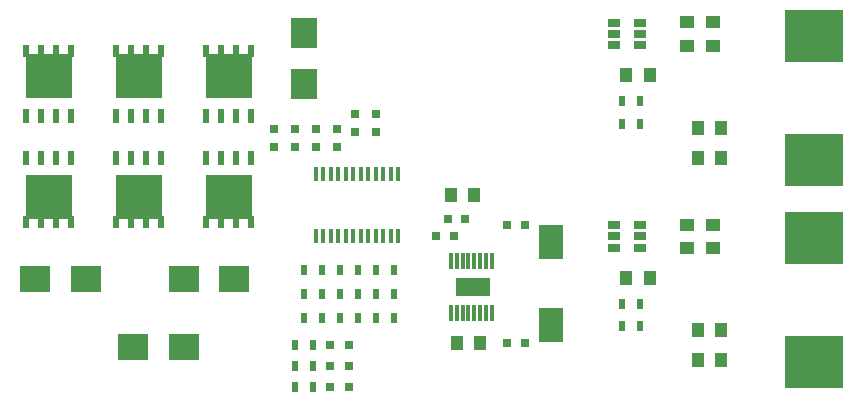
<source format=gbr>
G04 #@! TF.FileFunction,Paste,Top*
%FSLAX46Y46*%
G04 Gerber Fmt 4.6, Leading zero omitted, Abs format (unit mm)*
G04 Created by KiCad (PCBNEW 4.0.7) date Tuesday, March 06, 2018 'AMt' 10:20:30 AM*
%MOMM*%
%LPD*%
G01*
G04 APERTURE LIST*
%ADD10C,0.100000*%
%ADD11R,0.750000X0.800000*%
%ADD12R,1.000000X1.250000*%
%ADD13R,1.250000X1.000000*%
%ADD14R,2.500000X2.300000*%
%ADD15R,2.300000X2.500000*%
%ADD16R,0.800000X0.800000*%
%ADD17R,5.000000X4.500000*%
%ADD18R,0.610000X1.270000*%
%ADD19R,0.610000X1.020000*%
%ADD20R,3.910000X3.810000*%
%ADD21R,0.500000X0.900000*%
%ADD22R,0.400000X1.200000*%
%ADD23R,1.060000X0.650000*%
%ADD24R,0.800000X0.750000*%
%ADD25R,2.000000X3.000000*%
%ADD26R,0.300000X1.400000*%
%ADD27R,2.850000X1.650000*%
G04 APERTURE END LIST*
D10*
D11*
X85344000Y-105422000D03*
X85344000Y-106922000D03*
X86868000Y-104152000D03*
X86868000Y-105652000D03*
X88646000Y-104152000D03*
X88646000Y-105652000D03*
X80010000Y-106922000D03*
X80010000Y-105422000D03*
X81788000Y-106922000D03*
X81788000Y-105422000D03*
X83566000Y-106922000D03*
X83566000Y-105422000D03*
D12*
X109871000Y-100838000D03*
X111871000Y-100838000D03*
D13*
X117221000Y-96345500D03*
X117221000Y-98345500D03*
X114998500Y-96345500D03*
X114998500Y-98345500D03*
D12*
X117903500Y-107823000D03*
X115903500Y-107823000D03*
X117903500Y-105283000D03*
X115903500Y-105283000D03*
X109871000Y-117983000D03*
X111871000Y-117983000D03*
D13*
X117221000Y-113490500D03*
X117221000Y-115490500D03*
X114998500Y-113490500D03*
X114998500Y-115490500D03*
D12*
X117903500Y-122428000D03*
X115903500Y-122428000D03*
X117903500Y-124968000D03*
X115903500Y-124968000D03*
X97500000Y-123500000D03*
X95500000Y-123500000D03*
D14*
X72390000Y-118110000D03*
X76690000Y-118110000D03*
D15*
X82550000Y-97300000D03*
X82550000Y-101600000D03*
D14*
X72390000Y-123825000D03*
X68090000Y-123825000D03*
X64135000Y-118110000D03*
X59835000Y-118110000D03*
D16*
X86398000Y-125476000D03*
X84798000Y-125476000D03*
X86398000Y-123698000D03*
X84798000Y-123698000D03*
D17*
X125793500Y-97493000D03*
X125793500Y-107993000D03*
X125793500Y-114638000D03*
X125793500Y-125138000D03*
D18*
X78105000Y-107820000D03*
X76835000Y-107820000D03*
X75565000Y-107820000D03*
X74295000Y-107820000D03*
D19*
X74295000Y-113285000D03*
X75565000Y-113285000D03*
X76835000Y-113285000D03*
X78105000Y-113285000D03*
D20*
X76200000Y-111180000D03*
D18*
X74295000Y-104270000D03*
X75565000Y-104270000D03*
X76835000Y-104270000D03*
X78105000Y-104270000D03*
D19*
X78105000Y-98805000D03*
X76835000Y-98805000D03*
X75565000Y-98805000D03*
X74295000Y-98805000D03*
D20*
X76200000Y-100910000D03*
D18*
X70485000Y-107820000D03*
X69215000Y-107820000D03*
X67945000Y-107820000D03*
X66675000Y-107820000D03*
D19*
X66675000Y-113285000D03*
X67945000Y-113285000D03*
X69215000Y-113285000D03*
X70485000Y-113285000D03*
D20*
X68580000Y-111180000D03*
D18*
X66675000Y-104270000D03*
X67945000Y-104270000D03*
X69215000Y-104270000D03*
X70485000Y-104270000D03*
D19*
X70485000Y-98805000D03*
X69215000Y-98805000D03*
X67945000Y-98805000D03*
X66675000Y-98805000D03*
D20*
X68580000Y-100910000D03*
D18*
X62865000Y-107820000D03*
X61595000Y-107820000D03*
X60325000Y-107820000D03*
X59055000Y-107820000D03*
D19*
X59055000Y-113285000D03*
X60325000Y-113285000D03*
X61595000Y-113285000D03*
X62865000Y-113285000D03*
D20*
X60960000Y-111180000D03*
D18*
X59055000Y-104270000D03*
X60325000Y-104270000D03*
X61595000Y-104270000D03*
X62865000Y-104270000D03*
D19*
X62865000Y-98805000D03*
X61595000Y-98805000D03*
X60325000Y-98805000D03*
X59055000Y-98805000D03*
D20*
X60960000Y-100910000D03*
D21*
X84062000Y-117348000D03*
X82562000Y-117348000D03*
X85610000Y-117348000D03*
X87110000Y-117348000D03*
X90180000Y-117348000D03*
X88680000Y-117348000D03*
X84062000Y-119380000D03*
X82562000Y-119380000D03*
X85610000Y-119380000D03*
X87110000Y-119380000D03*
X90158000Y-119380000D03*
X88658000Y-119380000D03*
X84062000Y-121412000D03*
X82562000Y-121412000D03*
X85610000Y-121412000D03*
X87110000Y-121412000D03*
X90210000Y-121412000D03*
X88710000Y-121412000D03*
X110986000Y-104965500D03*
X109486000Y-104965500D03*
X109486000Y-103060500D03*
X110986000Y-103060500D03*
X110986000Y-122110500D03*
X109486000Y-122110500D03*
X109486000Y-120205500D03*
X110986000Y-120205500D03*
X83300000Y-127254000D03*
X81800000Y-127254000D03*
X83300000Y-125476000D03*
X81800000Y-125476000D03*
X83300000Y-123698000D03*
X81800000Y-123698000D03*
D22*
X83566000Y-114420000D03*
X84201000Y-114420000D03*
X84836000Y-114420000D03*
X85471000Y-114420000D03*
X86106000Y-114420000D03*
X86741000Y-114420000D03*
X87376000Y-114420000D03*
X88011000Y-114420000D03*
X88646000Y-114420000D03*
X89281000Y-114420000D03*
X89916000Y-114420000D03*
X90551000Y-114420000D03*
X90551000Y-109220000D03*
X89916000Y-109220000D03*
X89281000Y-109220000D03*
X88646000Y-109220000D03*
X88011000Y-109220000D03*
X87376000Y-109220000D03*
X86741000Y-109220000D03*
X86106000Y-109220000D03*
X85471000Y-109220000D03*
X84836000Y-109220000D03*
X84201000Y-109220000D03*
X83566000Y-109220000D03*
D23*
X111018500Y-98295500D03*
X111018500Y-97345500D03*
X111018500Y-96395500D03*
X108818500Y-96395500D03*
X108818500Y-98295500D03*
X108818500Y-97345500D03*
X111018500Y-115440500D03*
X111018500Y-114490500D03*
X111018500Y-113540500D03*
X108818500Y-113540500D03*
X108818500Y-115440500D03*
X108818500Y-114490500D03*
D16*
X86398000Y-127254000D03*
X84798000Y-127254000D03*
D24*
X99750000Y-113500000D03*
X101250000Y-113500000D03*
X99750000Y-123500000D03*
X101250000Y-123500000D03*
D12*
X97000000Y-111000000D03*
X95000000Y-111000000D03*
D24*
X94750000Y-113000000D03*
X96250000Y-113000000D03*
X93750000Y-114500000D03*
X95250000Y-114500000D03*
D25*
X103500000Y-115000000D03*
X103500000Y-122000000D03*
D26*
X98500000Y-116550000D03*
X98000000Y-116550000D03*
X97500000Y-116550000D03*
X97000000Y-116550000D03*
X96500000Y-116550000D03*
X96500000Y-120950000D03*
X97000000Y-120950000D03*
X97500000Y-120950000D03*
X98000000Y-120950000D03*
X98500000Y-120950000D03*
X96000000Y-116550000D03*
X95500000Y-116550000D03*
X95000000Y-116550000D03*
X96000000Y-120950000D03*
X95500000Y-120950000D03*
X95000000Y-120950000D03*
D27*
X96850000Y-118750000D03*
M02*

</source>
